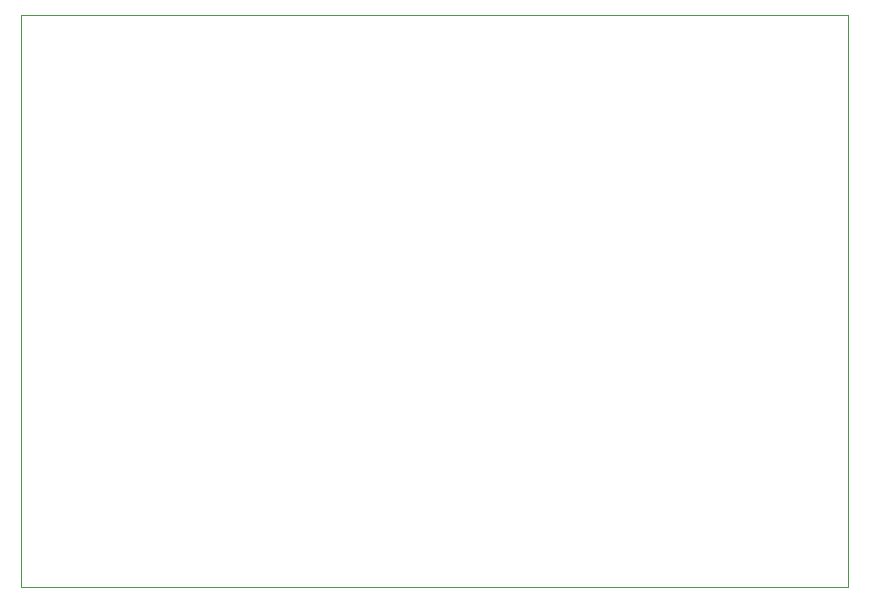
<source format=gbr>
%TF.GenerationSoftware,KiCad,Pcbnew,8.0.3*%
%TF.CreationDate,2026-01-09T14:43:18+01:00*%
%TF.ProjectId,VintageRadio,56696e74-6167-4655-9261-64696f2e6b69,rev?*%
%TF.SameCoordinates,Original*%
%TF.FileFunction,Profile,NP*%
%FSLAX46Y46*%
G04 Gerber Fmt 4.6, Leading zero omitted, Abs format (unit mm)*
G04 Created by KiCad (PCBNEW 8.0.3) date 2026-01-09 14:43:18*
%MOMM*%
%LPD*%
G01*
G04 APERTURE LIST*
%TA.AperFunction,Profile*%
%ADD10C,0.050000*%
%TD*%
G04 APERTURE END LIST*
D10*
X150000000Y-50000000D02*
X220000000Y-50000000D01*
X220000000Y-98500000D01*
X150000000Y-98500000D01*
X150000000Y-50000000D01*
M02*

</source>
